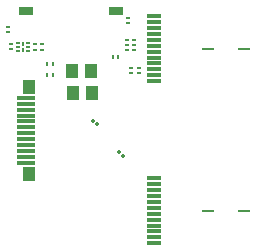
<source format=gtp>
G04*
G04 #@! TF.GenerationSoftware,Altium Limited,Altium Designer,20.1.14 (287)*
G04*
G04 Layer_Color=8421504*
%FSLAX25Y25*%
%MOIN*%
G70*
G04*
G04 #@! TF.SameCoordinates,3A9065B2-305A-42DB-86BC-D4C8425A37C0*
G04*
G04*
G04 #@! TF.FilePolarity,Positive*
G04*
G01*
G75*
%ADD16R,0.01181X0.01102*%
%ADD17R,0.01102X0.01181*%
%ADD18R,0.01181X0.00787*%
%ADD19R,0.00984X0.01378*%
%ADD20R,0.01654X0.00866*%
%ADD21R,0.04724X0.01181*%
%ADD22R,0.03937X0.00787*%
G04:AMPARAMS|DCode=23|XSize=11.02mil|YSize=11.81mil|CornerRadius=0mil|HoleSize=0mil|Usage=FLASHONLY|Rotation=135.000|XOffset=0mil|YOffset=0mil|HoleType=Round|Shape=Rectangle|*
%AMROTATEDRECTD23*
4,1,4,0.00807,0.00028,-0.00028,-0.00807,-0.00807,-0.00028,0.00028,0.00807,0.00807,0.00028,0.0*
%
%ADD23ROTATEDRECTD23*%

%ADD24R,0.05906X0.01378*%
%ADD25R,0.03937X0.04646*%
%ADD26R,0.05000X0.02992*%
%ADD27R,0.03937X0.05118*%
D16*
X24286Y76413D02*
D03*
Y74563D02*
D03*
X12766Y80275D02*
D03*
Y82125D02*
D03*
X53652Y68532D02*
D03*
Y66681D02*
D03*
X21928Y76408D02*
D03*
Y74557D02*
D03*
X13947Y76569D02*
D03*
Y74718D02*
D03*
X52748Y85201D02*
D03*
Y83350D02*
D03*
X56593Y68514D02*
D03*
Y66664D02*
D03*
D17*
X49495Y72166D02*
D03*
X47645D02*
D03*
X27817Y69610D02*
D03*
X25967D02*
D03*
X27820Y66243D02*
D03*
X25970D02*
D03*
D18*
X19476Y75422D02*
D03*
X16189D02*
D03*
Y74044D02*
D03*
Y76800D02*
D03*
X19476Y74044D02*
D03*
Y76800D02*
D03*
D19*
X17832Y74339D02*
D03*
Y76505D02*
D03*
D20*
X52327Y77624D02*
D03*
Y76049D02*
D03*
Y74474D02*
D03*
X54886Y77624D02*
D03*
Y76049D02*
D03*
Y74474D02*
D03*
D21*
X61395Y31663D02*
D03*
Y29695D02*
D03*
Y27726D02*
D03*
Y25758D02*
D03*
Y23789D02*
D03*
Y21821D02*
D03*
Y19852D02*
D03*
Y17884D02*
D03*
Y15915D02*
D03*
Y13947D02*
D03*
Y11978D02*
D03*
Y10010D02*
D03*
X61383Y64049D02*
D03*
Y66018D02*
D03*
Y67986D02*
D03*
Y69955D02*
D03*
Y71923D02*
D03*
Y73892D02*
D03*
Y75860D02*
D03*
Y77829D02*
D03*
Y79797D02*
D03*
Y81766D02*
D03*
Y83734D02*
D03*
Y85703D02*
D03*
D22*
X91631Y20837D02*
D03*
X79426D02*
D03*
X79415Y74876D02*
D03*
X91620D02*
D03*
D23*
X42525Y49612D02*
D03*
X41216Y50920D02*
D03*
X49696Y40391D02*
D03*
X51004Y39082D02*
D03*
D24*
X18885Y58473D02*
D03*
Y56505D02*
D03*
Y54536D02*
D03*
Y52568D02*
D03*
Y50599D02*
D03*
Y48631D02*
D03*
Y46662D02*
D03*
Y44694D02*
D03*
Y42725D02*
D03*
Y40757D02*
D03*
Y38788D02*
D03*
Y36820D02*
D03*
D25*
X19869Y33119D02*
D03*
Y62174D02*
D03*
D26*
X48756Y87587D02*
D03*
X18756D02*
D03*
D27*
X34302Y67391D02*
D03*
X40601D02*
D03*
X34429Y60132D02*
D03*
X40728D02*
D03*
M02*

</source>
